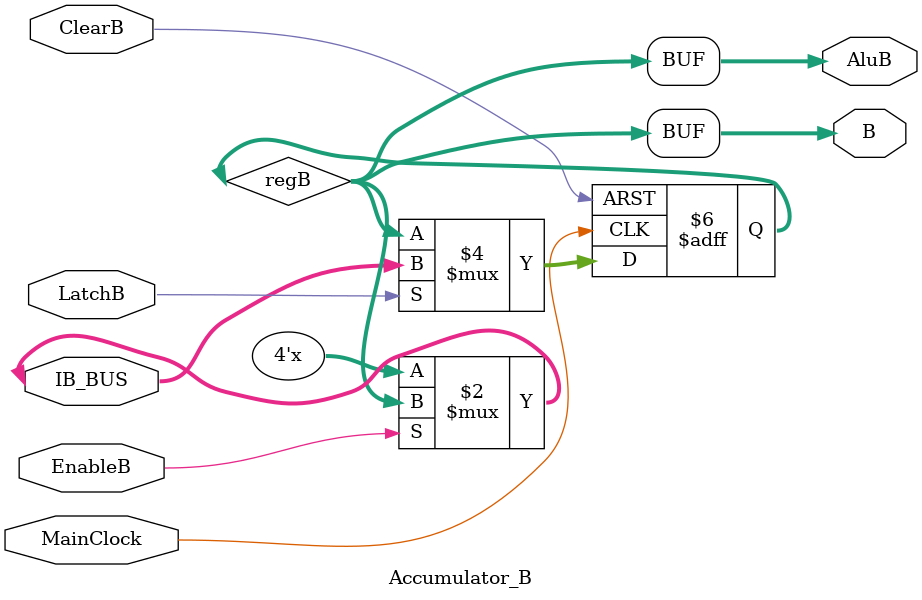
<source format=v>
`timescale 1ns / 1ps
`default_nettype none

module Accumulator_B(
    input  wire        MainClock,
    input  wire        ClearB,
    input  wire        LatchB,
    input  wire        EnableB,
    inout  wire [3:0]  IB_BUS,
    output wire [3:0]  B,
    output wire [3:0]  AluB
);
    reg [3:0] regB = 4'b0000;

    // Latch input from bus
    always @(posedge MainClock or posedge ClearB) begin
        if (ClearB)
            regB <= 4'b0000;
        else if (LatchB)
            regB <= IB_BUS;
    end

    // Tri-state drive to the internal bus
    assign IB_BUS = (EnableB) ? regB : 4'bz;

    assign B     = regB;
    assign AluB  = regB;
endmodule

`default_nettype wire

</source>
